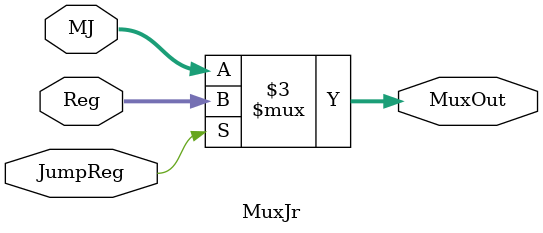
<source format=v>
module MuxJr (MJ, Reg, JumpReg, MuxOut);

	input [31:0] MJ, Reg;
	input JumpReg;
	output reg [31:0] MuxOut;
	
	always@(*)
		begin
			if (JumpReg )
				MuxOut <= Reg;
			else
				MuxOut <= MJ;
		end
		
endmodule

</source>
